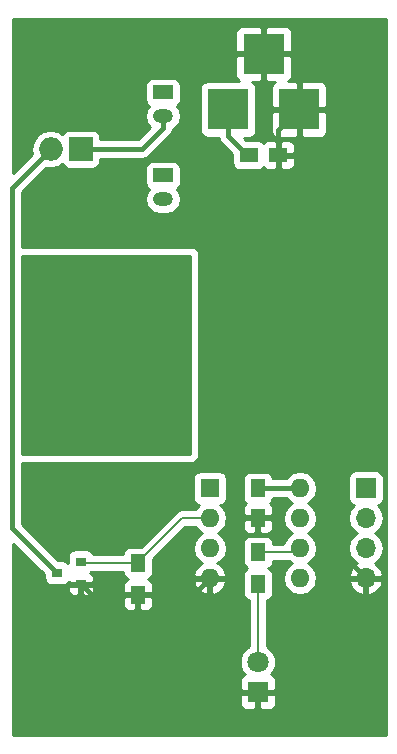
<source format=gbr>
G04 #@! TF.FileFunction,Copper,L2,Bot,Signal*
%FSLAX46Y46*%
G04 Gerber Fmt 4.6, Leading zero omitted, Abs format (unit mm)*
G04 Created by KiCad (PCBNEW 4.0.7-e2-6376~58~ubuntu16.04.1) date Wed Nov  1 22:14:58 2017*
%MOMM*%
%LPD*%
G01*
G04 APERTURE LIST*
%ADD10C,0.100000*%
%ADD11R,1.500000X1.250000*%
%ADD12R,1.700000X1.700000*%
%ADD13O,1.700000X1.700000*%
%ADD14R,0.900000X0.800000*%
%ADD15R,1.300000X1.500000*%
%ADD16R,1.700000X1.200000*%
%ADD17O,1.700000X1.200000*%
%ADD18R,1.600000X1.600000*%
%ADD19O,1.600000X1.600000*%
%ADD20O,1.998980X1.998980*%
%ADD21R,1.998980X1.998980*%
%ADD22R,1.800000X1.800000*%
%ADD23C,1.800000*%
%ADD24R,3.500000X3.500000*%
%ADD25R,1.250000X1.500000*%
%ADD26C,0.600000*%
%ADD27C,0.400000*%
%ADD28C,0.200000*%
%ADD29C,0.254000*%
G04 APERTURE END LIST*
D10*
D11*
X120650000Y-62230000D03*
X123150000Y-62230000D03*
D12*
X130556000Y-90424000D03*
D13*
X130556000Y-92964000D03*
X130556000Y-95504000D03*
X130556000Y-98044000D03*
D14*
X106426000Y-96652000D03*
X106426000Y-98552000D03*
X104426000Y-97602000D03*
D15*
X121412000Y-98552000D03*
X121412000Y-95852000D03*
X111252000Y-99474000D03*
X111252000Y-96774000D03*
D16*
X113376000Y-56928000D03*
D17*
X113376000Y-58928000D03*
D16*
X113376000Y-63956000D03*
D17*
X113376000Y-65956000D03*
D18*
X117348000Y-90424000D03*
D19*
X124968000Y-98044000D03*
X117348000Y-92964000D03*
X124968000Y-95504000D03*
X117348000Y-95504000D03*
X124968000Y-92964000D03*
X117348000Y-98044000D03*
X124968000Y-90424000D03*
D20*
X103886000Y-61722000D03*
D21*
X106426000Y-61722000D03*
D22*
X121412000Y-107696000D03*
D23*
X121412000Y-105156000D03*
D24*
X118900000Y-58370000D03*
X124900000Y-58370000D03*
X121900000Y-53670000D03*
D25*
X121412000Y-90444000D03*
X121412000Y-92944000D03*
D26*
X120396000Y-79248000D03*
X113792000Y-78994000D03*
X105156000Y-75946000D03*
X103124000Y-75946000D03*
X103124000Y-77470000D03*
X103124000Y-78994000D03*
X103124000Y-80518000D03*
X103124000Y-82042000D03*
X105206000Y-82042000D03*
D27*
X118900000Y-58370000D02*
X118900000Y-60605000D01*
X118900000Y-60605000D02*
X120525000Y-62230000D01*
X120525000Y-62230000D02*
X120650000Y-62230000D01*
X130556000Y-98044000D02*
X127254000Y-94742000D01*
X127254000Y-94742000D02*
X127254000Y-62874000D01*
X127254000Y-62874000D02*
X124900000Y-60520000D01*
X124900000Y-60520000D02*
X124900000Y-58370000D01*
X111252000Y-99474000D02*
X115918000Y-99474000D01*
X115918000Y-99474000D02*
X117348000Y-98044000D01*
X111252000Y-99474000D02*
X107398000Y-99474000D01*
X106476000Y-98552000D02*
X106426000Y-98552000D01*
X107398000Y-99474000D02*
X106476000Y-98552000D01*
X123150000Y-62230000D02*
X123150000Y-60120000D01*
X123150000Y-60120000D02*
X124900000Y-58370000D01*
X113376000Y-58976000D02*
X113376000Y-59976000D01*
X113376000Y-59976000D02*
X111630000Y-61722000D01*
X111630000Y-61722000D02*
X107825490Y-61722000D01*
X107825490Y-61722000D02*
X106426000Y-61722000D01*
X121412000Y-90444000D02*
X124948000Y-90444000D01*
X124948000Y-90444000D02*
X124968000Y-90424000D01*
X103124000Y-75946000D02*
X105156000Y-75946000D01*
X103124000Y-78994000D02*
X103124000Y-77470000D01*
X103124000Y-82042000D02*
X103124000Y-80518000D01*
X104426000Y-97602000D02*
X104376000Y-97602000D01*
X104376000Y-97602000D02*
X100584000Y-93810000D01*
X100584000Y-93810000D02*
X100584000Y-65024000D01*
X100584000Y-65024000D02*
X103886000Y-61722000D01*
D28*
X111252000Y-96774000D02*
X106548000Y-96774000D01*
X106548000Y-96774000D02*
X106426000Y-96652000D01*
X117348000Y-92964000D02*
X114962000Y-92964000D01*
X114962000Y-92964000D02*
X111252000Y-96674000D01*
X111252000Y-96674000D02*
X111252000Y-96774000D01*
X121412000Y-95852000D02*
X124620000Y-95852000D01*
X124620000Y-95852000D02*
X124968000Y-95504000D01*
X121412000Y-98552000D02*
X121412000Y-105156000D01*
D29*
G36*
X115697000Y-87503000D02*
X101419000Y-87503000D01*
X101419000Y-70739000D01*
X115697000Y-70739000D01*
X115697000Y-87503000D01*
X115697000Y-87503000D01*
G37*
X115697000Y-87503000D02*
X101419000Y-87503000D01*
X101419000Y-70739000D01*
X115697000Y-70739000D01*
X115697000Y-87503000D01*
G36*
X132290000Y-111290000D02*
X100710000Y-111290000D01*
X100710000Y-107981750D01*
X119877000Y-107981750D01*
X119877000Y-108722309D01*
X119973673Y-108955698D01*
X120152301Y-109134327D01*
X120385690Y-109231000D01*
X121126250Y-109231000D01*
X121285000Y-109072250D01*
X121285000Y-107823000D01*
X121539000Y-107823000D01*
X121539000Y-109072250D01*
X121697750Y-109231000D01*
X122438310Y-109231000D01*
X122671699Y-109134327D01*
X122850327Y-108955698D01*
X122947000Y-108722309D01*
X122947000Y-107981750D01*
X122788250Y-107823000D01*
X121539000Y-107823000D01*
X121285000Y-107823000D01*
X120035750Y-107823000D01*
X119877000Y-107981750D01*
X100710000Y-107981750D01*
X100710000Y-105459991D01*
X119876735Y-105459991D01*
X120109932Y-106024371D01*
X120287092Y-106201841D01*
X120152301Y-106257673D01*
X119973673Y-106436302D01*
X119877000Y-106669691D01*
X119877000Y-107410250D01*
X120035750Y-107569000D01*
X121285000Y-107569000D01*
X121285000Y-107549000D01*
X121539000Y-107549000D01*
X121539000Y-107569000D01*
X122788250Y-107569000D01*
X122947000Y-107410250D01*
X122947000Y-106669691D01*
X122850327Y-106436302D01*
X122671699Y-106257673D01*
X122537006Y-106201881D01*
X122712551Y-106026643D01*
X122946733Y-105462670D01*
X122947265Y-104852009D01*
X122714068Y-104287629D01*
X122282643Y-103855449D01*
X122147000Y-103799125D01*
X122147000Y-99933446D01*
X122297317Y-99905162D01*
X122513441Y-99766090D01*
X122658431Y-99553890D01*
X122709440Y-99302000D01*
X122709440Y-97802000D01*
X122665162Y-97566683D01*
X122526090Y-97350559D01*
X122313890Y-97205569D01*
X122300803Y-97202919D01*
X122513441Y-97066090D01*
X122658431Y-96853890D01*
X122709440Y-96602000D01*
X122709440Y-96587000D01*
X124027410Y-96587000D01*
X124307275Y-96774000D01*
X123925189Y-97029302D01*
X123614120Y-97494849D01*
X123504887Y-98044000D01*
X123614120Y-98593151D01*
X123925189Y-99058698D01*
X124390736Y-99369767D01*
X124939887Y-99479000D01*
X124996113Y-99479000D01*
X125545264Y-99369767D01*
X126010811Y-99058698D01*
X126321880Y-98593151D01*
X126360123Y-98400890D01*
X129114524Y-98400890D01*
X129284355Y-98810924D01*
X129674642Y-99239183D01*
X130199108Y-99485486D01*
X130429000Y-99364819D01*
X130429000Y-98171000D01*
X130683000Y-98171000D01*
X130683000Y-99364819D01*
X130912892Y-99485486D01*
X131437358Y-99239183D01*
X131827645Y-98810924D01*
X131997476Y-98400890D01*
X131876155Y-98171000D01*
X130683000Y-98171000D01*
X130429000Y-98171000D01*
X129235845Y-98171000D01*
X129114524Y-98400890D01*
X126360123Y-98400890D01*
X126431113Y-98044000D01*
X126321880Y-97494849D01*
X126010811Y-97029302D01*
X125628725Y-96774000D01*
X126010811Y-96518698D01*
X126321880Y-96053151D01*
X126431113Y-95504000D01*
X126321880Y-94954849D01*
X126010811Y-94489302D01*
X125628725Y-94234000D01*
X126010811Y-93978698D01*
X126321880Y-93513151D01*
X126431113Y-92964000D01*
X129041907Y-92964000D01*
X129154946Y-93532285D01*
X129476853Y-94014054D01*
X129806026Y-94234000D01*
X129476853Y-94453946D01*
X129154946Y-94935715D01*
X129041907Y-95504000D01*
X129154946Y-96072285D01*
X129476853Y-96554054D01*
X129817553Y-96781702D01*
X129674642Y-96848817D01*
X129284355Y-97277076D01*
X129114524Y-97687110D01*
X129235845Y-97917000D01*
X130429000Y-97917000D01*
X130429000Y-97897000D01*
X130683000Y-97897000D01*
X130683000Y-97917000D01*
X131876155Y-97917000D01*
X131997476Y-97687110D01*
X131827645Y-97277076D01*
X131437358Y-96848817D01*
X131294447Y-96781702D01*
X131635147Y-96554054D01*
X131957054Y-96072285D01*
X132070093Y-95504000D01*
X131957054Y-94935715D01*
X131635147Y-94453946D01*
X131305974Y-94234000D01*
X131635147Y-94014054D01*
X131957054Y-93532285D01*
X132070093Y-92964000D01*
X131957054Y-92395715D01*
X131635147Y-91913946D01*
X131593548Y-91886150D01*
X131641317Y-91877162D01*
X131857441Y-91738090D01*
X132002431Y-91525890D01*
X132053440Y-91274000D01*
X132053440Y-89574000D01*
X132009162Y-89338683D01*
X131870090Y-89122559D01*
X131657890Y-88977569D01*
X131406000Y-88926560D01*
X129706000Y-88926560D01*
X129470683Y-88970838D01*
X129254559Y-89109910D01*
X129109569Y-89322110D01*
X129058560Y-89574000D01*
X129058560Y-91274000D01*
X129102838Y-91509317D01*
X129241910Y-91725441D01*
X129454110Y-91870431D01*
X129521541Y-91884086D01*
X129476853Y-91913946D01*
X129154946Y-92395715D01*
X129041907Y-92964000D01*
X126431113Y-92964000D01*
X126321880Y-92414849D01*
X126010811Y-91949302D01*
X125628725Y-91694000D01*
X126010811Y-91438698D01*
X126321880Y-90973151D01*
X126431113Y-90424000D01*
X126321880Y-89874849D01*
X126010811Y-89409302D01*
X125545264Y-89098233D01*
X124996113Y-88989000D01*
X124939887Y-88989000D01*
X124390736Y-89098233D01*
X123925189Y-89409302D01*
X123791755Y-89609000D01*
X122668446Y-89609000D01*
X122640162Y-89458683D01*
X122501090Y-89242559D01*
X122288890Y-89097569D01*
X122037000Y-89046560D01*
X120787000Y-89046560D01*
X120551683Y-89090838D01*
X120335559Y-89229910D01*
X120190569Y-89442110D01*
X120139560Y-89694000D01*
X120139560Y-91194000D01*
X120183838Y-91429317D01*
X120322910Y-91645441D01*
X120391006Y-91691969D01*
X120248673Y-91834302D01*
X120152000Y-92067691D01*
X120152000Y-92658250D01*
X120310750Y-92817000D01*
X121285000Y-92817000D01*
X121285000Y-92797000D01*
X121539000Y-92797000D01*
X121539000Y-92817000D01*
X122513250Y-92817000D01*
X122672000Y-92658250D01*
X122672000Y-92067691D01*
X122575327Y-91834302D01*
X122434090Y-91693064D01*
X122488441Y-91658090D01*
X122633431Y-91445890D01*
X122667227Y-91279000D01*
X123818482Y-91279000D01*
X123925189Y-91438698D01*
X124307275Y-91694000D01*
X123925189Y-91949302D01*
X123614120Y-92414849D01*
X123504887Y-92964000D01*
X123614120Y-93513151D01*
X123925189Y-93978698D01*
X124307275Y-94234000D01*
X123925189Y-94489302D01*
X123614120Y-94954849D01*
X123581866Y-95117000D01*
X122709440Y-95117000D01*
X122709440Y-95102000D01*
X122665162Y-94866683D01*
X122526090Y-94650559D01*
X122313890Y-94505569D01*
X122062000Y-94454560D01*
X120762000Y-94454560D01*
X120526683Y-94498838D01*
X120310559Y-94637910D01*
X120165569Y-94850110D01*
X120114560Y-95102000D01*
X120114560Y-96602000D01*
X120158838Y-96837317D01*
X120297910Y-97053441D01*
X120510110Y-97198431D01*
X120523197Y-97201081D01*
X120310559Y-97337910D01*
X120165569Y-97550110D01*
X120114560Y-97802000D01*
X120114560Y-99302000D01*
X120158838Y-99537317D01*
X120297910Y-99753441D01*
X120510110Y-99898431D01*
X120677000Y-99932227D01*
X120677000Y-103798824D01*
X120543629Y-103853932D01*
X120111449Y-104285357D01*
X119877267Y-104849330D01*
X119876735Y-105459991D01*
X100710000Y-105459991D01*
X100710000Y-99759750D01*
X109967000Y-99759750D01*
X109967000Y-100350309D01*
X110063673Y-100583698D01*
X110242301Y-100762327D01*
X110475690Y-100859000D01*
X110966250Y-100859000D01*
X111125000Y-100700250D01*
X111125000Y-99601000D01*
X111379000Y-99601000D01*
X111379000Y-100700250D01*
X111537750Y-100859000D01*
X112028310Y-100859000D01*
X112261699Y-100762327D01*
X112440327Y-100583698D01*
X112537000Y-100350309D01*
X112537000Y-99759750D01*
X112378250Y-99601000D01*
X111379000Y-99601000D01*
X111125000Y-99601000D01*
X110125750Y-99601000D01*
X109967000Y-99759750D01*
X100710000Y-99759750D01*
X100710000Y-98837750D01*
X105341000Y-98837750D01*
X105341000Y-99078310D01*
X105437673Y-99311699D01*
X105616302Y-99490327D01*
X105849691Y-99587000D01*
X106140250Y-99587000D01*
X106299000Y-99428250D01*
X106299000Y-98679000D01*
X106553000Y-98679000D01*
X106553000Y-99428250D01*
X106711750Y-99587000D01*
X107002309Y-99587000D01*
X107235698Y-99490327D01*
X107414327Y-99311699D01*
X107511000Y-99078310D01*
X107511000Y-98837750D01*
X107352250Y-98679000D01*
X106553000Y-98679000D01*
X106299000Y-98679000D01*
X105499750Y-98679000D01*
X105341000Y-98837750D01*
X100710000Y-98837750D01*
X100710000Y-95116868D01*
X103328560Y-97735428D01*
X103328560Y-98002000D01*
X103372838Y-98237317D01*
X103511910Y-98453441D01*
X103724110Y-98598431D01*
X103976000Y-98649440D01*
X104876000Y-98649440D01*
X105111317Y-98605162D01*
X105327441Y-98466090D01*
X105414064Y-98339314D01*
X105499750Y-98425000D01*
X106299000Y-98425000D01*
X106299000Y-98405000D01*
X106553000Y-98405000D01*
X106553000Y-98425000D01*
X107352250Y-98425000D01*
X107511000Y-98266250D01*
X107511000Y-98025690D01*
X107414327Y-97792301D01*
X107235698Y-97613673D01*
X107199253Y-97598577D01*
X107327441Y-97516090D01*
X107332285Y-97509000D01*
X109954560Y-97509000D01*
X109954560Y-97524000D01*
X109998838Y-97759317D01*
X110137910Y-97975441D01*
X110350110Y-98120431D01*
X110383490Y-98127191D01*
X110242301Y-98185673D01*
X110063673Y-98364302D01*
X109967000Y-98597691D01*
X109967000Y-99188250D01*
X110125750Y-99347000D01*
X111125000Y-99347000D01*
X111125000Y-99327000D01*
X111379000Y-99327000D01*
X111379000Y-99347000D01*
X112378250Y-99347000D01*
X112537000Y-99188250D01*
X112537000Y-98597691D01*
X112452231Y-98393039D01*
X115956096Y-98393039D01*
X116116959Y-98781423D01*
X116492866Y-99196389D01*
X116998959Y-99435914D01*
X117221000Y-99314629D01*
X117221000Y-98171000D01*
X117475000Y-98171000D01*
X117475000Y-99314629D01*
X117697041Y-99435914D01*
X118203134Y-99196389D01*
X118579041Y-98781423D01*
X118739904Y-98393039D01*
X118617915Y-98171000D01*
X117475000Y-98171000D01*
X117221000Y-98171000D01*
X116078085Y-98171000D01*
X115956096Y-98393039D01*
X112452231Y-98393039D01*
X112440327Y-98364302D01*
X112261699Y-98185673D01*
X112125713Y-98129346D01*
X112137317Y-98127162D01*
X112353441Y-97988090D01*
X112498431Y-97775890D01*
X112549440Y-97524000D01*
X112549440Y-96416006D01*
X115266447Y-93699000D01*
X116118301Y-93699000D01*
X116305189Y-93978698D01*
X116687275Y-94234000D01*
X116305189Y-94489302D01*
X115994120Y-94954849D01*
X115884887Y-95504000D01*
X115994120Y-96053151D01*
X116305189Y-96518698D01*
X116709703Y-96788986D01*
X116492866Y-96891611D01*
X116116959Y-97306577D01*
X115956096Y-97694961D01*
X116078085Y-97917000D01*
X117221000Y-97917000D01*
X117221000Y-97897000D01*
X117475000Y-97897000D01*
X117475000Y-97917000D01*
X118617915Y-97917000D01*
X118739904Y-97694961D01*
X118579041Y-97306577D01*
X118203134Y-96891611D01*
X117986297Y-96788986D01*
X118390811Y-96518698D01*
X118701880Y-96053151D01*
X118811113Y-95504000D01*
X118701880Y-94954849D01*
X118390811Y-94489302D01*
X118008725Y-94234000D01*
X118390811Y-93978698D01*
X118701880Y-93513151D01*
X118758252Y-93229750D01*
X120152000Y-93229750D01*
X120152000Y-93820309D01*
X120248673Y-94053698D01*
X120427301Y-94232327D01*
X120660690Y-94329000D01*
X121126250Y-94329000D01*
X121285000Y-94170250D01*
X121285000Y-93071000D01*
X121539000Y-93071000D01*
X121539000Y-94170250D01*
X121697750Y-94329000D01*
X122163310Y-94329000D01*
X122396699Y-94232327D01*
X122575327Y-94053698D01*
X122672000Y-93820309D01*
X122672000Y-93229750D01*
X122513250Y-93071000D01*
X121539000Y-93071000D01*
X121285000Y-93071000D01*
X120310750Y-93071000D01*
X120152000Y-93229750D01*
X118758252Y-93229750D01*
X118811113Y-92964000D01*
X118701880Y-92414849D01*
X118390811Y-91949302D01*
X118246535Y-91852899D01*
X118383317Y-91827162D01*
X118599441Y-91688090D01*
X118744431Y-91475890D01*
X118795440Y-91224000D01*
X118795440Y-89624000D01*
X118751162Y-89388683D01*
X118612090Y-89172559D01*
X118399890Y-89027569D01*
X118148000Y-88976560D01*
X116548000Y-88976560D01*
X116312683Y-89020838D01*
X116096559Y-89159910D01*
X115951569Y-89372110D01*
X115900560Y-89624000D01*
X115900560Y-91224000D01*
X115944838Y-91459317D01*
X116083910Y-91675441D01*
X116296110Y-91820431D01*
X116451089Y-91851815D01*
X116305189Y-91949302D01*
X116118301Y-92229000D01*
X114962000Y-92229000D01*
X114680728Y-92284949D01*
X114442276Y-92444277D01*
X111509994Y-95376560D01*
X110602000Y-95376560D01*
X110366683Y-95420838D01*
X110150559Y-95559910D01*
X110005569Y-95772110D01*
X109954560Y-96024000D01*
X109954560Y-96039000D01*
X107483361Y-96039000D01*
X107479162Y-96016683D01*
X107340090Y-95800559D01*
X107127890Y-95655569D01*
X106876000Y-95604560D01*
X105976000Y-95604560D01*
X105740683Y-95648838D01*
X105524559Y-95787910D01*
X105379569Y-96000110D01*
X105328560Y-96252000D01*
X105328560Y-96742681D01*
X105127890Y-96605569D01*
X104876000Y-96554560D01*
X104509428Y-96554560D01*
X101419000Y-93464132D01*
X101419000Y-88265000D01*
X115824000Y-88265000D01*
X116054795Y-88221573D01*
X116266767Y-88085173D01*
X116408971Y-87877051D01*
X116459000Y-87630000D01*
X116459000Y-70612000D01*
X116415573Y-70381205D01*
X116279173Y-70169233D01*
X116071051Y-70027029D01*
X115824000Y-69977000D01*
X101419000Y-69977000D01*
X101419000Y-65956000D01*
X111861907Y-65956000D01*
X111955916Y-66428614D01*
X112223630Y-66829277D01*
X112624293Y-67096991D01*
X113096907Y-67191000D01*
X113655093Y-67191000D01*
X114127707Y-67096991D01*
X114528370Y-66829277D01*
X114796084Y-66428614D01*
X114890093Y-65956000D01*
X114796084Y-65483386D01*
X114543926Y-65106004D01*
X114677441Y-65020090D01*
X114822431Y-64807890D01*
X114873440Y-64556000D01*
X114873440Y-63356000D01*
X114829162Y-63120683D01*
X114690090Y-62904559D01*
X114477890Y-62759569D01*
X114226000Y-62708560D01*
X112526000Y-62708560D01*
X112290683Y-62752838D01*
X112074559Y-62891910D01*
X111929569Y-63104110D01*
X111878560Y-63356000D01*
X111878560Y-64556000D01*
X111922838Y-64791317D01*
X112061910Y-65007441D01*
X112207475Y-65106901D01*
X111955916Y-65483386D01*
X111861907Y-65956000D01*
X101419000Y-65956000D01*
X101419000Y-65369868D01*
X103502326Y-63286542D01*
X103853978Y-63356490D01*
X103918022Y-63356490D01*
X104543514Y-63232072D01*
X104863077Y-63018547D01*
X104962420Y-63172931D01*
X105174620Y-63317921D01*
X105426510Y-63368930D01*
X107425490Y-63368930D01*
X107660807Y-63324652D01*
X107876931Y-63185580D01*
X108021921Y-62973380D01*
X108072930Y-62721490D01*
X108072930Y-62557000D01*
X111630000Y-62557000D01*
X111949541Y-62493439D01*
X112220434Y-62312434D01*
X113966434Y-60566434D01*
X114019381Y-60487193D01*
X114147439Y-60295541D01*
X114202435Y-60019060D01*
X114528370Y-59801277D01*
X114796084Y-59400614D01*
X114890093Y-58928000D01*
X114796084Y-58455386D01*
X114543926Y-58078004D01*
X114677441Y-57992090D01*
X114822431Y-57779890D01*
X114873440Y-57528000D01*
X114873440Y-56620000D01*
X116502560Y-56620000D01*
X116502560Y-60120000D01*
X116546838Y-60355317D01*
X116685910Y-60571441D01*
X116898110Y-60716431D01*
X117150000Y-60767440D01*
X118097311Y-60767440D01*
X118128561Y-60924541D01*
X118184707Y-61008569D01*
X118309566Y-61195434D01*
X119252560Y-62138428D01*
X119252560Y-62855000D01*
X119296838Y-63090317D01*
X119435910Y-63306441D01*
X119648110Y-63451431D01*
X119900000Y-63502440D01*
X121400000Y-63502440D01*
X121635317Y-63458162D01*
X121851441Y-63319090D01*
X121897969Y-63250994D01*
X122040302Y-63393327D01*
X122273691Y-63490000D01*
X122864250Y-63490000D01*
X123023000Y-63331250D01*
X123023000Y-62357000D01*
X123277000Y-62357000D01*
X123277000Y-63331250D01*
X123435750Y-63490000D01*
X124026309Y-63490000D01*
X124259698Y-63393327D01*
X124438327Y-63214699D01*
X124535000Y-62981310D01*
X124535000Y-62515750D01*
X124376250Y-62357000D01*
X123277000Y-62357000D01*
X123023000Y-62357000D01*
X123003000Y-62357000D01*
X123003000Y-62103000D01*
X123023000Y-62103000D01*
X123023000Y-61128750D01*
X123277000Y-61128750D01*
X123277000Y-62103000D01*
X124376250Y-62103000D01*
X124535000Y-61944250D01*
X124535000Y-61478690D01*
X124438327Y-61245301D01*
X124259698Y-61066673D01*
X124026309Y-60970000D01*
X123435750Y-60970000D01*
X123277000Y-61128750D01*
X123023000Y-61128750D01*
X122864250Y-60970000D01*
X122273691Y-60970000D01*
X122040302Y-61066673D01*
X121899064Y-61207910D01*
X121864090Y-61153559D01*
X121651890Y-61008569D01*
X121400000Y-60957560D01*
X120433428Y-60957560D01*
X120243308Y-60767440D01*
X120650000Y-60767440D01*
X120885317Y-60723162D01*
X121101441Y-60584090D01*
X121246431Y-60371890D01*
X121297440Y-60120000D01*
X121297440Y-58655750D01*
X122515000Y-58655750D01*
X122515000Y-60246310D01*
X122611673Y-60479699D01*
X122790302Y-60658327D01*
X123023691Y-60755000D01*
X124614250Y-60755000D01*
X124773000Y-60596250D01*
X124773000Y-58497000D01*
X125027000Y-58497000D01*
X125027000Y-60596250D01*
X125185750Y-60755000D01*
X126776309Y-60755000D01*
X127009698Y-60658327D01*
X127188327Y-60479699D01*
X127285000Y-60246310D01*
X127285000Y-58655750D01*
X127126250Y-58497000D01*
X125027000Y-58497000D01*
X124773000Y-58497000D01*
X122673750Y-58497000D01*
X122515000Y-58655750D01*
X121297440Y-58655750D01*
X121297440Y-56620000D01*
X121253162Y-56384683D01*
X121114090Y-56168559D01*
X120947891Y-56055000D01*
X121614250Y-56055000D01*
X121773000Y-55896250D01*
X121773000Y-53797000D01*
X122027000Y-53797000D01*
X122027000Y-55896250D01*
X122185750Y-56055000D01*
X122854696Y-56055000D01*
X122790302Y-56081673D01*
X122611673Y-56260301D01*
X122515000Y-56493690D01*
X122515000Y-58084250D01*
X122673750Y-58243000D01*
X124773000Y-58243000D01*
X124773000Y-56143750D01*
X125027000Y-56143750D01*
X125027000Y-58243000D01*
X127126250Y-58243000D01*
X127285000Y-58084250D01*
X127285000Y-56493690D01*
X127188327Y-56260301D01*
X127009698Y-56081673D01*
X126776309Y-55985000D01*
X125185750Y-55985000D01*
X125027000Y-56143750D01*
X124773000Y-56143750D01*
X124614250Y-55985000D01*
X123945304Y-55985000D01*
X124009698Y-55958327D01*
X124188327Y-55779699D01*
X124285000Y-55546310D01*
X124285000Y-53955750D01*
X124126250Y-53797000D01*
X122027000Y-53797000D01*
X121773000Y-53797000D01*
X119673750Y-53797000D01*
X119515000Y-53955750D01*
X119515000Y-55546310D01*
X119611673Y-55779699D01*
X119790302Y-55958327D01*
X119824663Y-55972560D01*
X117150000Y-55972560D01*
X116914683Y-56016838D01*
X116698559Y-56155910D01*
X116553569Y-56368110D01*
X116502560Y-56620000D01*
X114873440Y-56620000D01*
X114873440Y-56328000D01*
X114829162Y-56092683D01*
X114690090Y-55876559D01*
X114477890Y-55731569D01*
X114226000Y-55680560D01*
X112526000Y-55680560D01*
X112290683Y-55724838D01*
X112074559Y-55863910D01*
X111929569Y-56076110D01*
X111878560Y-56328000D01*
X111878560Y-57528000D01*
X111922838Y-57763317D01*
X112061910Y-57979441D01*
X112207475Y-58078901D01*
X111955916Y-58455386D01*
X111861907Y-58928000D01*
X111955916Y-59400614D01*
X112223630Y-59801277D01*
X112311286Y-59859846D01*
X111284132Y-60887000D01*
X108072930Y-60887000D01*
X108072930Y-60722510D01*
X108028652Y-60487193D01*
X107889580Y-60271069D01*
X107677380Y-60126079D01*
X107425490Y-60075070D01*
X105426510Y-60075070D01*
X105191193Y-60119348D01*
X104975069Y-60258420D01*
X104861610Y-60424473D01*
X104543514Y-60211928D01*
X103918022Y-60087510D01*
X103853978Y-60087510D01*
X103228486Y-60211928D01*
X102698219Y-60566241D01*
X102343906Y-61096508D01*
X102219488Y-61722000D01*
X102300061Y-62127071D01*
X100710000Y-63717132D01*
X100710000Y-51793690D01*
X119515000Y-51793690D01*
X119515000Y-53384250D01*
X119673750Y-53543000D01*
X121773000Y-53543000D01*
X121773000Y-51443750D01*
X122027000Y-51443750D01*
X122027000Y-53543000D01*
X124126250Y-53543000D01*
X124285000Y-53384250D01*
X124285000Y-51793690D01*
X124188327Y-51560301D01*
X124009698Y-51381673D01*
X123776309Y-51285000D01*
X122185750Y-51285000D01*
X122027000Y-51443750D01*
X121773000Y-51443750D01*
X121614250Y-51285000D01*
X120023691Y-51285000D01*
X119790302Y-51381673D01*
X119611673Y-51560301D01*
X119515000Y-51793690D01*
X100710000Y-51793690D01*
X100710000Y-50710000D01*
X132290000Y-50710000D01*
X132290000Y-111290000D01*
X132290000Y-111290000D01*
G37*
X132290000Y-111290000D02*
X100710000Y-111290000D01*
X100710000Y-107981750D01*
X119877000Y-107981750D01*
X119877000Y-108722309D01*
X119973673Y-108955698D01*
X120152301Y-109134327D01*
X120385690Y-109231000D01*
X121126250Y-109231000D01*
X121285000Y-109072250D01*
X121285000Y-107823000D01*
X121539000Y-107823000D01*
X121539000Y-109072250D01*
X121697750Y-109231000D01*
X122438310Y-109231000D01*
X122671699Y-109134327D01*
X122850327Y-108955698D01*
X122947000Y-108722309D01*
X122947000Y-107981750D01*
X122788250Y-107823000D01*
X121539000Y-107823000D01*
X121285000Y-107823000D01*
X120035750Y-107823000D01*
X119877000Y-107981750D01*
X100710000Y-107981750D01*
X100710000Y-105459991D01*
X119876735Y-105459991D01*
X120109932Y-106024371D01*
X120287092Y-106201841D01*
X120152301Y-106257673D01*
X119973673Y-106436302D01*
X119877000Y-106669691D01*
X119877000Y-107410250D01*
X120035750Y-107569000D01*
X121285000Y-107569000D01*
X121285000Y-107549000D01*
X121539000Y-107549000D01*
X121539000Y-107569000D01*
X122788250Y-107569000D01*
X122947000Y-107410250D01*
X122947000Y-106669691D01*
X122850327Y-106436302D01*
X122671699Y-106257673D01*
X122537006Y-106201881D01*
X122712551Y-106026643D01*
X122946733Y-105462670D01*
X122947265Y-104852009D01*
X122714068Y-104287629D01*
X122282643Y-103855449D01*
X122147000Y-103799125D01*
X122147000Y-99933446D01*
X122297317Y-99905162D01*
X122513441Y-99766090D01*
X122658431Y-99553890D01*
X122709440Y-99302000D01*
X122709440Y-97802000D01*
X122665162Y-97566683D01*
X122526090Y-97350559D01*
X122313890Y-97205569D01*
X122300803Y-97202919D01*
X122513441Y-97066090D01*
X122658431Y-96853890D01*
X122709440Y-96602000D01*
X122709440Y-96587000D01*
X124027410Y-96587000D01*
X124307275Y-96774000D01*
X123925189Y-97029302D01*
X123614120Y-97494849D01*
X123504887Y-98044000D01*
X123614120Y-98593151D01*
X123925189Y-99058698D01*
X124390736Y-99369767D01*
X124939887Y-99479000D01*
X124996113Y-99479000D01*
X125545264Y-99369767D01*
X126010811Y-99058698D01*
X126321880Y-98593151D01*
X126360123Y-98400890D01*
X129114524Y-98400890D01*
X129284355Y-98810924D01*
X129674642Y-99239183D01*
X130199108Y-99485486D01*
X130429000Y-99364819D01*
X130429000Y-98171000D01*
X130683000Y-98171000D01*
X130683000Y-99364819D01*
X130912892Y-99485486D01*
X131437358Y-99239183D01*
X131827645Y-98810924D01*
X131997476Y-98400890D01*
X131876155Y-98171000D01*
X130683000Y-98171000D01*
X130429000Y-98171000D01*
X129235845Y-98171000D01*
X129114524Y-98400890D01*
X126360123Y-98400890D01*
X126431113Y-98044000D01*
X126321880Y-97494849D01*
X126010811Y-97029302D01*
X125628725Y-96774000D01*
X126010811Y-96518698D01*
X126321880Y-96053151D01*
X126431113Y-95504000D01*
X126321880Y-94954849D01*
X126010811Y-94489302D01*
X125628725Y-94234000D01*
X126010811Y-93978698D01*
X126321880Y-93513151D01*
X126431113Y-92964000D01*
X129041907Y-92964000D01*
X129154946Y-93532285D01*
X129476853Y-94014054D01*
X129806026Y-94234000D01*
X129476853Y-94453946D01*
X129154946Y-94935715D01*
X129041907Y-95504000D01*
X129154946Y-96072285D01*
X129476853Y-96554054D01*
X129817553Y-96781702D01*
X129674642Y-96848817D01*
X129284355Y-97277076D01*
X129114524Y-97687110D01*
X129235845Y-97917000D01*
X130429000Y-97917000D01*
X130429000Y-97897000D01*
X130683000Y-97897000D01*
X130683000Y-97917000D01*
X131876155Y-97917000D01*
X131997476Y-97687110D01*
X131827645Y-97277076D01*
X131437358Y-96848817D01*
X131294447Y-96781702D01*
X131635147Y-96554054D01*
X131957054Y-96072285D01*
X132070093Y-95504000D01*
X131957054Y-94935715D01*
X131635147Y-94453946D01*
X131305974Y-94234000D01*
X131635147Y-94014054D01*
X131957054Y-93532285D01*
X132070093Y-92964000D01*
X131957054Y-92395715D01*
X131635147Y-91913946D01*
X131593548Y-91886150D01*
X131641317Y-91877162D01*
X131857441Y-91738090D01*
X132002431Y-91525890D01*
X132053440Y-91274000D01*
X132053440Y-89574000D01*
X132009162Y-89338683D01*
X131870090Y-89122559D01*
X131657890Y-88977569D01*
X131406000Y-88926560D01*
X129706000Y-88926560D01*
X129470683Y-88970838D01*
X129254559Y-89109910D01*
X129109569Y-89322110D01*
X129058560Y-89574000D01*
X129058560Y-91274000D01*
X129102838Y-91509317D01*
X129241910Y-91725441D01*
X129454110Y-91870431D01*
X129521541Y-91884086D01*
X129476853Y-91913946D01*
X129154946Y-92395715D01*
X129041907Y-92964000D01*
X126431113Y-92964000D01*
X126321880Y-92414849D01*
X126010811Y-91949302D01*
X125628725Y-91694000D01*
X126010811Y-91438698D01*
X126321880Y-90973151D01*
X126431113Y-90424000D01*
X126321880Y-89874849D01*
X126010811Y-89409302D01*
X125545264Y-89098233D01*
X124996113Y-88989000D01*
X124939887Y-88989000D01*
X124390736Y-89098233D01*
X123925189Y-89409302D01*
X123791755Y-89609000D01*
X122668446Y-89609000D01*
X122640162Y-89458683D01*
X122501090Y-89242559D01*
X122288890Y-89097569D01*
X122037000Y-89046560D01*
X120787000Y-89046560D01*
X120551683Y-89090838D01*
X120335559Y-89229910D01*
X120190569Y-89442110D01*
X120139560Y-89694000D01*
X120139560Y-91194000D01*
X120183838Y-91429317D01*
X120322910Y-91645441D01*
X120391006Y-91691969D01*
X120248673Y-91834302D01*
X120152000Y-92067691D01*
X120152000Y-92658250D01*
X120310750Y-92817000D01*
X121285000Y-92817000D01*
X121285000Y-92797000D01*
X121539000Y-92797000D01*
X121539000Y-92817000D01*
X122513250Y-92817000D01*
X122672000Y-92658250D01*
X122672000Y-92067691D01*
X122575327Y-91834302D01*
X122434090Y-91693064D01*
X122488441Y-91658090D01*
X122633431Y-91445890D01*
X122667227Y-91279000D01*
X123818482Y-91279000D01*
X123925189Y-91438698D01*
X124307275Y-91694000D01*
X123925189Y-91949302D01*
X123614120Y-92414849D01*
X123504887Y-92964000D01*
X123614120Y-93513151D01*
X123925189Y-93978698D01*
X124307275Y-94234000D01*
X123925189Y-94489302D01*
X123614120Y-94954849D01*
X123581866Y-95117000D01*
X122709440Y-95117000D01*
X122709440Y-95102000D01*
X122665162Y-94866683D01*
X122526090Y-94650559D01*
X122313890Y-94505569D01*
X122062000Y-94454560D01*
X120762000Y-94454560D01*
X120526683Y-94498838D01*
X120310559Y-94637910D01*
X120165569Y-94850110D01*
X120114560Y-95102000D01*
X120114560Y-96602000D01*
X120158838Y-96837317D01*
X120297910Y-97053441D01*
X120510110Y-97198431D01*
X120523197Y-97201081D01*
X120310559Y-97337910D01*
X120165569Y-97550110D01*
X120114560Y-97802000D01*
X120114560Y-99302000D01*
X120158838Y-99537317D01*
X120297910Y-99753441D01*
X120510110Y-99898431D01*
X120677000Y-99932227D01*
X120677000Y-103798824D01*
X120543629Y-103853932D01*
X120111449Y-104285357D01*
X119877267Y-104849330D01*
X119876735Y-105459991D01*
X100710000Y-105459991D01*
X100710000Y-99759750D01*
X109967000Y-99759750D01*
X109967000Y-100350309D01*
X110063673Y-100583698D01*
X110242301Y-100762327D01*
X110475690Y-100859000D01*
X110966250Y-100859000D01*
X111125000Y-100700250D01*
X111125000Y-99601000D01*
X111379000Y-99601000D01*
X111379000Y-100700250D01*
X111537750Y-100859000D01*
X112028310Y-100859000D01*
X112261699Y-100762327D01*
X112440327Y-100583698D01*
X112537000Y-100350309D01*
X112537000Y-99759750D01*
X112378250Y-99601000D01*
X111379000Y-99601000D01*
X111125000Y-99601000D01*
X110125750Y-99601000D01*
X109967000Y-99759750D01*
X100710000Y-99759750D01*
X100710000Y-98837750D01*
X105341000Y-98837750D01*
X105341000Y-99078310D01*
X105437673Y-99311699D01*
X105616302Y-99490327D01*
X105849691Y-99587000D01*
X106140250Y-99587000D01*
X106299000Y-99428250D01*
X106299000Y-98679000D01*
X106553000Y-98679000D01*
X106553000Y-99428250D01*
X106711750Y-99587000D01*
X107002309Y-99587000D01*
X107235698Y-99490327D01*
X107414327Y-99311699D01*
X107511000Y-99078310D01*
X107511000Y-98837750D01*
X107352250Y-98679000D01*
X106553000Y-98679000D01*
X106299000Y-98679000D01*
X105499750Y-98679000D01*
X105341000Y-98837750D01*
X100710000Y-98837750D01*
X100710000Y-95116868D01*
X103328560Y-97735428D01*
X103328560Y-98002000D01*
X103372838Y-98237317D01*
X103511910Y-98453441D01*
X103724110Y-98598431D01*
X103976000Y-98649440D01*
X104876000Y-98649440D01*
X105111317Y-98605162D01*
X105327441Y-98466090D01*
X105414064Y-98339314D01*
X105499750Y-98425000D01*
X106299000Y-98425000D01*
X106299000Y-98405000D01*
X106553000Y-98405000D01*
X106553000Y-98425000D01*
X107352250Y-98425000D01*
X107511000Y-98266250D01*
X107511000Y-98025690D01*
X107414327Y-97792301D01*
X107235698Y-97613673D01*
X107199253Y-97598577D01*
X107327441Y-97516090D01*
X107332285Y-97509000D01*
X109954560Y-97509000D01*
X109954560Y-97524000D01*
X109998838Y-97759317D01*
X110137910Y-97975441D01*
X110350110Y-98120431D01*
X110383490Y-98127191D01*
X110242301Y-98185673D01*
X110063673Y-98364302D01*
X109967000Y-98597691D01*
X109967000Y-99188250D01*
X110125750Y-99347000D01*
X111125000Y-99347000D01*
X111125000Y-99327000D01*
X111379000Y-99327000D01*
X111379000Y-99347000D01*
X112378250Y-99347000D01*
X112537000Y-99188250D01*
X112537000Y-98597691D01*
X112452231Y-98393039D01*
X115956096Y-98393039D01*
X116116959Y-98781423D01*
X116492866Y-99196389D01*
X116998959Y-99435914D01*
X117221000Y-99314629D01*
X117221000Y-98171000D01*
X117475000Y-98171000D01*
X117475000Y-99314629D01*
X117697041Y-99435914D01*
X118203134Y-99196389D01*
X118579041Y-98781423D01*
X118739904Y-98393039D01*
X118617915Y-98171000D01*
X117475000Y-98171000D01*
X117221000Y-98171000D01*
X116078085Y-98171000D01*
X115956096Y-98393039D01*
X112452231Y-98393039D01*
X112440327Y-98364302D01*
X112261699Y-98185673D01*
X112125713Y-98129346D01*
X112137317Y-98127162D01*
X112353441Y-97988090D01*
X112498431Y-97775890D01*
X112549440Y-97524000D01*
X112549440Y-96416006D01*
X115266447Y-93699000D01*
X116118301Y-93699000D01*
X116305189Y-93978698D01*
X116687275Y-94234000D01*
X116305189Y-94489302D01*
X115994120Y-94954849D01*
X115884887Y-95504000D01*
X115994120Y-96053151D01*
X116305189Y-96518698D01*
X116709703Y-96788986D01*
X116492866Y-96891611D01*
X116116959Y-97306577D01*
X115956096Y-97694961D01*
X116078085Y-97917000D01*
X117221000Y-97917000D01*
X117221000Y-97897000D01*
X117475000Y-97897000D01*
X117475000Y-97917000D01*
X118617915Y-97917000D01*
X118739904Y-97694961D01*
X118579041Y-97306577D01*
X118203134Y-96891611D01*
X117986297Y-96788986D01*
X118390811Y-96518698D01*
X118701880Y-96053151D01*
X118811113Y-95504000D01*
X118701880Y-94954849D01*
X118390811Y-94489302D01*
X118008725Y-94234000D01*
X118390811Y-93978698D01*
X118701880Y-93513151D01*
X118758252Y-93229750D01*
X120152000Y-93229750D01*
X120152000Y-93820309D01*
X120248673Y-94053698D01*
X120427301Y-94232327D01*
X120660690Y-94329000D01*
X121126250Y-94329000D01*
X121285000Y-94170250D01*
X121285000Y-93071000D01*
X121539000Y-93071000D01*
X121539000Y-94170250D01*
X121697750Y-94329000D01*
X122163310Y-94329000D01*
X122396699Y-94232327D01*
X122575327Y-94053698D01*
X122672000Y-93820309D01*
X122672000Y-93229750D01*
X122513250Y-93071000D01*
X121539000Y-93071000D01*
X121285000Y-93071000D01*
X120310750Y-93071000D01*
X120152000Y-93229750D01*
X118758252Y-93229750D01*
X118811113Y-92964000D01*
X118701880Y-92414849D01*
X118390811Y-91949302D01*
X118246535Y-91852899D01*
X118383317Y-91827162D01*
X118599441Y-91688090D01*
X118744431Y-91475890D01*
X118795440Y-91224000D01*
X118795440Y-89624000D01*
X118751162Y-89388683D01*
X118612090Y-89172559D01*
X118399890Y-89027569D01*
X118148000Y-88976560D01*
X116548000Y-88976560D01*
X116312683Y-89020838D01*
X116096559Y-89159910D01*
X115951569Y-89372110D01*
X115900560Y-89624000D01*
X115900560Y-91224000D01*
X115944838Y-91459317D01*
X116083910Y-91675441D01*
X116296110Y-91820431D01*
X116451089Y-91851815D01*
X116305189Y-91949302D01*
X116118301Y-92229000D01*
X114962000Y-92229000D01*
X114680728Y-92284949D01*
X114442276Y-92444277D01*
X111509994Y-95376560D01*
X110602000Y-95376560D01*
X110366683Y-95420838D01*
X110150559Y-95559910D01*
X110005569Y-95772110D01*
X109954560Y-96024000D01*
X109954560Y-96039000D01*
X107483361Y-96039000D01*
X107479162Y-96016683D01*
X107340090Y-95800559D01*
X107127890Y-95655569D01*
X106876000Y-95604560D01*
X105976000Y-95604560D01*
X105740683Y-95648838D01*
X105524559Y-95787910D01*
X105379569Y-96000110D01*
X105328560Y-96252000D01*
X105328560Y-96742681D01*
X105127890Y-96605569D01*
X104876000Y-96554560D01*
X104509428Y-96554560D01*
X101419000Y-93464132D01*
X101419000Y-88265000D01*
X115824000Y-88265000D01*
X116054795Y-88221573D01*
X116266767Y-88085173D01*
X116408971Y-87877051D01*
X116459000Y-87630000D01*
X116459000Y-70612000D01*
X116415573Y-70381205D01*
X116279173Y-70169233D01*
X116071051Y-70027029D01*
X115824000Y-69977000D01*
X101419000Y-69977000D01*
X101419000Y-65956000D01*
X111861907Y-65956000D01*
X111955916Y-66428614D01*
X112223630Y-66829277D01*
X112624293Y-67096991D01*
X113096907Y-67191000D01*
X113655093Y-67191000D01*
X114127707Y-67096991D01*
X114528370Y-66829277D01*
X114796084Y-66428614D01*
X114890093Y-65956000D01*
X114796084Y-65483386D01*
X114543926Y-65106004D01*
X114677441Y-65020090D01*
X114822431Y-64807890D01*
X114873440Y-64556000D01*
X114873440Y-63356000D01*
X114829162Y-63120683D01*
X114690090Y-62904559D01*
X114477890Y-62759569D01*
X114226000Y-62708560D01*
X112526000Y-62708560D01*
X112290683Y-62752838D01*
X112074559Y-62891910D01*
X111929569Y-63104110D01*
X111878560Y-63356000D01*
X111878560Y-64556000D01*
X111922838Y-64791317D01*
X112061910Y-65007441D01*
X112207475Y-65106901D01*
X111955916Y-65483386D01*
X111861907Y-65956000D01*
X101419000Y-65956000D01*
X101419000Y-65369868D01*
X103502326Y-63286542D01*
X103853978Y-63356490D01*
X103918022Y-63356490D01*
X104543514Y-63232072D01*
X104863077Y-63018547D01*
X104962420Y-63172931D01*
X105174620Y-63317921D01*
X105426510Y-63368930D01*
X107425490Y-63368930D01*
X107660807Y-63324652D01*
X107876931Y-63185580D01*
X108021921Y-62973380D01*
X108072930Y-62721490D01*
X108072930Y-62557000D01*
X111630000Y-62557000D01*
X111949541Y-62493439D01*
X112220434Y-62312434D01*
X113966434Y-60566434D01*
X114019381Y-60487193D01*
X114147439Y-60295541D01*
X114202435Y-60019060D01*
X114528370Y-59801277D01*
X114796084Y-59400614D01*
X114890093Y-58928000D01*
X114796084Y-58455386D01*
X114543926Y-58078004D01*
X114677441Y-57992090D01*
X114822431Y-57779890D01*
X114873440Y-57528000D01*
X114873440Y-56620000D01*
X116502560Y-56620000D01*
X116502560Y-60120000D01*
X116546838Y-60355317D01*
X116685910Y-60571441D01*
X116898110Y-60716431D01*
X117150000Y-60767440D01*
X118097311Y-60767440D01*
X118128561Y-60924541D01*
X118184707Y-61008569D01*
X118309566Y-61195434D01*
X119252560Y-62138428D01*
X119252560Y-62855000D01*
X119296838Y-63090317D01*
X119435910Y-63306441D01*
X119648110Y-63451431D01*
X119900000Y-63502440D01*
X121400000Y-63502440D01*
X121635317Y-63458162D01*
X121851441Y-63319090D01*
X121897969Y-63250994D01*
X122040302Y-63393327D01*
X122273691Y-63490000D01*
X122864250Y-63490000D01*
X123023000Y-63331250D01*
X123023000Y-62357000D01*
X123277000Y-62357000D01*
X123277000Y-63331250D01*
X123435750Y-63490000D01*
X124026309Y-63490000D01*
X124259698Y-63393327D01*
X124438327Y-63214699D01*
X124535000Y-62981310D01*
X124535000Y-62515750D01*
X124376250Y-62357000D01*
X123277000Y-62357000D01*
X123023000Y-62357000D01*
X123003000Y-62357000D01*
X123003000Y-62103000D01*
X123023000Y-62103000D01*
X123023000Y-61128750D01*
X123277000Y-61128750D01*
X123277000Y-62103000D01*
X124376250Y-62103000D01*
X124535000Y-61944250D01*
X124535000Y-61478690D01*
X124438327Y-61245301D01*
X124259698Y-61066673D01*
X124026309Y-60970000D01*
X123435750Y-60970000D01*
X123277000Y-61128750D01*
X123023000Y-61128750D01*
X122864250Y-60970000D01*
X122273691Y-60970000D01*
X122040302Y-61066673D01*
X121899064Y-61207910D01*
X121864090Y-61153559D01*
X121651890Y-61008569D01*
X121400000Y-60957560D01*
X120433428Y-60957560D01*
X120243308Y-60767440D01*
X120650000Y-60767440D01*
X120885317Y-60723162D01*
X121101441Y-60584090D01*
X121246431Y-60371890D01*
X121297440Y-60120000D01*
X121297440Y-58655750D01*
X122515000Y-58655750D01*
X122515000Y-60246310D01*
X122611673Y-60479699D01*
X122790302Y-60658327D01*
X123023691Y-60755000D01*
X124614250Y-60755000D01*
X124773000Y-60596250D01*
X124773000Y-58497000D01*
X125027000Y-58497000D01*
X125027000Y-60596250D01*
X125185750Y-60755000D01*
X126776309Y-60755000D01*
X127009698Y-60658327D01*
X127188327Y-60479699D01*
X127285000Y-60246310D01*
X127285000Y-58655750D01*
X127126250Y-58497000D01*
X125027000Y-58497000D01*
X124773000Y-58497000D01*
X122673750Y-58497000D01*
X122515000Y-58655750D01*
X121297440Y-58655750D01*
X121297440Y-56620000D01*
X121253162Y-56384683D01*
X121114090Y-56168559D01*
X120947891Y-56055000D01*
X121614250Y-56055000D01*
X121773000Y-55896250D01*
X121773000Y-53797000D01*
X122027000Y-53797000D01*
X122027000Y-55896250D01*
X122185750Y-56055000D01*
X122854696Y-56055000D01*
X122790302Y-56081673D01*
X122611673Y-56260301D01*
X122515000Y-56493690D01*
X122515000Y-58084250D01*
X122673750Y-58243000D01*
X124773000Y-58243000D01*
X124773000Y-56143750D01*
X125027000Y-56143750D01*
X125027000Y-58243000D01*
X127126250Y-58243000D01*
X127285000Y-58084250D01*
X127285000Y-56493690D01*
X127188327Y-56260301D01*
X127009698Y-56081673D01*
X126776309Y-55985000D01*
X125185750Y-55985000D01*
X125027000Y-56143750D01*
X124773000Y-56143750D01*
X124614250Y-55985000D01*
X123945304Y-55985000D01*
X124009698Y-55958327D01*
X124188327Y-55779699D01*
X124285000Y-55546310D01*
X124285000Y-53955750D01*
X124126250Y-53797000D01*
X122027000Y-53797000D01*
X121773000Y-53797000D01*
X119673750Y-53797000D01*
X119515000Y-53955750D01*
X119515000Y-55546310D01*
X119611673Y-55779699D01*
X119790302Y-55958327D01*
X119824663Y-55972560D01*
X117150000Y-55972560D01*
X116914683Y-56016838D01*
X116698559Y-56155910D01*
X116553569Y-56368110D01*
X116502560Y-56620000D01*
X114873440Y-56620000D01*
X114873440Y-56328000D01*
X114829162Y-56092683D01*
X114690090Y-55876559D01*
X114477890Y-55731569D01*
X114226000Y-55680560D01*
X112526000Y-55680560D01*
X112290683Y-55724838D01*
X112074559Y-55863910D01*
X111929569Y-56076110D01*
X111878560Y-56328000D01*
X111878560Y-57528000D01*
X111922838Y-57763317D01*
X112061910Y-57979441D01*
X112207475Y-58078901D01*
X111955916Y-58455386D01*
X111861907Y-58928000D01*
X111955916Y-59400614D01*
X112223630Y-59801277D01*
X112311286Y-59859846D01*
X111284132Y-60887000D01*
X108072930Y-60887000D01*
X108072930Y-60722510D01*
X108028652Y-60487193D01*
X107889580Y-60271069D01*
X107677380Y-60126079D01*
X107425490Y-60075070D01*
X105426510Y-60075070D01*
X105191193Y-60119348D01*
X104975069Y-60258420D01*
X104861610Y-60424473D01*
X104543514Y-60211928D01*
X103918022Y-60087510D01*
X103853978Y-60087510D01*
X103228486Y-60211928D01*
X102698219Y-60566241D01*
X102343906Y-61096508D01*
X102219488Y-61722000D01*
X102300061Y-62127071D01*
X100710000Y-63717132D01*
X100710000Y-51793690D01*
X119515000Y-51793690D01*
X119515000Y-53384250D01*
X119673750Y-53543000D01*
X121773000Y-53543000D01*
X121773000Y-51443750D01*
X122027000Y-51443750D01*
X122027000Y-53543000D01*
X124126250Y-53543000D01*
X124285000Y-53384250D01*
X124285000Y-51793690D01*
X124188327Y-51560301D01*
X124009698Y-51381673D01*
X123776309Y-51285000D01*
X122185750Y-51285000D01*
X122027000Y-51443750D01*
X121773000Y-51443750D01*
X121614250Y-51285000D01*
X120023691Y-51285000D01*
X119790302Y-51381673D01*
X119611673Y-51560301D01*
X119515000Y-51793690D01*
X100710000Y-51793690D01*
X100710000Y-50710000D01*
X132290000Y-50710000D01*
X132290000Y-111290000D01*
M02*

</source>
